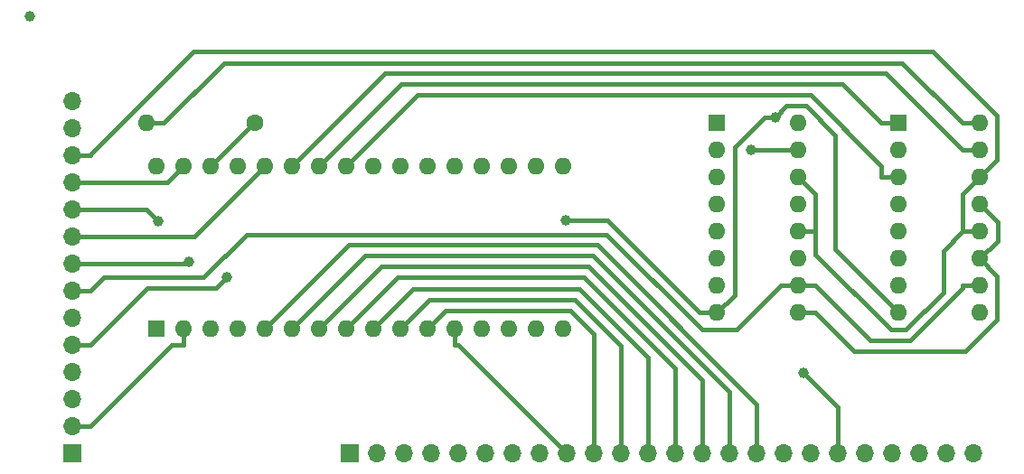
<source format=gbr>
%TF.GenerationSoftware,KiCad,Pcbnew,7.0.2*%
%TF.CreationDate,2023-06-04T12:35:09+01:00*%
%TF.ProjectId,IOCACHE-128K_ZXspectrum_impl_narrow,494f4341-4348-4452-9d31-32384b5f5a58,rev?*%
%TF.SameCoordinates,PX56c8cc0PY510ff40*%
%TF.FileFunction,Copper,L2,Bot*%
%TF.FilePolarity,Positive*%
%FSLAX46Y46*%
G04 Gerber Fmt 4.6, Leading zero omitted, Abs format (unit mm)*
G04 Created by KiCad (PCBNEW 7.0.2) date 2023-06-04 12:35:09*
%MOMM*%
%LPD*%
G01*
G04 APERTURE LIST*
%TA.AperFunction,ComponentPad*%
%ADD10R,1.700000X1.700000*%
%TD*%
%TA.AperFunction,ComponentPad*%
%ADD11O,1.700000X1.700000*%
%TD*%
%TA.AperFunction,ComponentPad*%
%ADD12R,1.600000X1.600000*%
%TD*%
%TA.AperFunction,ComponentPad*%
%ADD13O,1.600000X1.600000*%
%TD*%
%TA.AperFunction,ComponentPad*%
%ADD14C,1.600000*%
%TD*%
%TA.AperFunction,ViaPad*%
%ADD15C,1.000000*%
%TD*%
%TA.AperFunction,Conductor*%
%ADD16C,0.400000*%
%TD*%
G04 APERTURE END LIST*
D10*
%TO.P,J1,1,Pin_1*%
%TO.N,+5V*%
X4000000Y-41000000D03*
D11*
%TO.P,J1,2,Pin_2*%
%TO.N,/IOCACHE-128K_ZXspectrum/CACHE_CONTROL.A16*%
X4000000Y-38460000D03*
%TO.P,J1,3,Pin_3*%
%TO.N,/IOCACHE-128K_ZXspectrum/CACHE_CONTROL.WE*%
X4000000Y-35920000D03*
%TO.P,J1,4,Pin_4*%
%TO.N,/IOCACHE-128K_ZXspectrum/CACHE_CONTROL.OE*%
X4000000Y-33380000D03*
%TO.P,J1,5,Pin_5*%
%TO.N,/IOCACHE-128K_ZXspectrum/CACHE_CONTROL.CS*%
X4000000Y-30840000D03*
%TO.P,J1,6,Pin_6*%
%TO.N,/IOCACHE-128K_ZXspectrum/CACHE_CONTROL.DATASTATUS+PERM_Z80_IORQ*%
X4000000Y-28300000D03*
%TO.P,J1,7,Pin_7*%
%TO.N,/IOCACHE-128K_ZXspectrum/Z80_HARDLOCK*%
X4000000Y-25760000D03*
%TO.P,J1,8,Pin_8*%
%TO.N,/IOCACHE-128K_ZXspectrum/CACHE_SEL_0*%
X4000000Y-23220000D03*
%TO.P,J1,9,Pin_9*%
%TO.N,/IOCACHE-128K_ZXspectrum/CACHE_SEL_1*%
X4000000Y-20680000D03*
%TO.P,J1,10,Pin_10*%
%TO.N,/IOCACHE-128K_ZXspectrum/CACHE_SEL_2*%
X4000000Y-18140000D03*
%TO.P,J1,11,Pin_11*%
%TO.N,/IOCACHE-128K_ZXspectrum/CACHE_SEL_3*%
X4000000Y-15600000D03*
%TO.P,J1,12,Pin_12*%
%TO.N,/IOCACHE-128K_ZXspectrum/CACHE_DATASTATUS*%
X4000000Y-13060000D03*
%TO.P,J1,13,Pin_13*%
%TO.N,unconnected-(J1-Pin_13-Pad13)*%
X4000000Y-10520000D03*
%TO.P,J1,14,Pin_14*%
%TO.N,GND*%
X4000000Y-7980000D03*
%TD*%
D12*
%TO.P,IC1,1,Q1*%
%TO.N,/IOCACHE-128K_ZXspectrum/LOCAL_A1*%
X64380000Y-10000000D03*
D13*
%TO.P,IC1,2,Q2*%
%TO.N,/IOCACHE-128K_ZXspectrum/LOCAL_A2*%
X64380000Y-12540000D03*
%TO.P,IC1,3,Q3*%
%TO.N,/IOCACHE-128K_ZXspectrum/LOCAL_A3*%
X64380000Y-15080000D03*
%TO.P,IC1,4,Q4*%
%TO.N,/IOCACHE-128K_ZXspectrum/LOCAL_A4*%
X64380000Y-17620000D03*
%TO.P,IC1,5,Q5*%
%TO.N,/IOCACHE-128K_ZXspectrum/LOCAL_A5*%
X64380000Y-20160000D03*
%TO.P,IC1,6,Q6*%
%TO.N,/IOCACHE-128K_ZXspectrum/LOCAL_A6*%
X64380000Y-22700000D03*
%TO.P,IC1,7,Q7*%
%TO.N,/IOCACHE-128K_ZXspectrum/LOCAL_A7*%
X64380000Y-25240000D03*
%TO.P,IC1,8,GND*%
%TO.N,GND*%
X64380000Y-27780000D03*
%TO.P,IC1,9,~{RCO}*%
%TO.N,Net-(IC1-~{RCO})*%
X72000000Y-27780000D03*
%TO.P,IC1,10,~{MRC}*%
%TO.N,/IOCACHE-128K_ZXspectrum/Z80_HARDLOCK*%
X72000000Y-25240000D03*
%TO.P,IC1,11,CPC*%
%TO.N,/IOCACHE-128K_ZXspectrum/CACHE_CONTROL.DATASTATUS+PERM_Z80_IORQ*%
X72000000Y-22700000D03*
%TO.P,IC1,12,~{CE}*%
%TO.N,/IOCACHE-128K_ZXspectrum/CACHE_DATASTATUS*%
X72000000Y-20160000D03*
%TO.P,IC1,13,CPR*%
%TO.N,/IOCACHE-128K_ZXspectrum/CACHE_CONTROL.DATASTATUS+PERM_Z80_IORQ*%
X72000000Y-17620000D03*
%TO.P,IC1,14,~{OE}*%
%TO.N,/IOCACHE-128K_ZXspectrum/CACHE_DATASTATUS*%
X72000000Y-15080000D03*
%TO.P,IC1,15,Q0*%
%TO.N,/IOCACHE-128K_ZXspectrum/LOCAL_A0*%
X72000000Y-12540000D03*
%TO.P,IC1,16,VCC*%
%TO.N,+5V*%
X72000000Y-10000000D03*
%TD*%
D12*
%TO.P,IC2,1,Q1*%
%TO.N,/IOCACHE-128K_ZXspectrum/LOCAL_A9*%
X81380000Y-10000000D03*
D13*
%TO.P,IC2,2,Q2*%
%TO.N,/IOCACHE-128K_ZXspectrum/LOCAL_A10*%
X81380000Y-12540000D03*
%TO.P,IC2,3,Q3*%
%TO.N,/IOCACHE-128K_ZXspectrum/LOCAL_A11*%
X81380000Y-15080000D03*
%TO.P,IC2,4,Q4*%
%TO.N,unconnected-(IC2-Q4-Pad4)*%
X81380000Y-17620000D03*
%TO.P,IC2,5,Q5*%
%TO.N,unconnected-(IC2-Q5-Pad5)*%
X81380000Y-20160000D03*
%TO.P,IC2,6,Q6*%
%TO.N,unconnected-(IC2-Q6-Pad6)*%
X81380000Y-22700000D03*
%TO.P,IC2,7,Q7*%
%TO.N,unconnected-(IC2-Q7-Pad7)*%
X81380000Y-25240000D03*
%TO.P,IC2,8,GND*%
%TO.N,GND*%
X81380000Y-27780000D03*
%TO.P,IC2,9,~{RCO}*%
%TO.N,unconnected-(IC2-~{RCO}-Pad9)*%
X89000000Y-27780000D03*
%TO.P,IC2,10,~{MRC}*%
%TO.N,/IOCACHE-128K_ZXspectrum/Z80_HARDLOCK*%
X89000000Y-25240000D03*
%TO.P,IC2,11,CPC*%
%TO.N,Net-(IC1-~{RCO})*%
X89000000Y-22700000D03*
%TO.P,IC2,12,~{CE}*%
%TO.N,/IOCACHE-128K_ZXspectrum/CACHE_DATASTATUS*%
X89000000Y-20160000D03*
%TO.P,IC2,13,CPR*%
%TO.N,Net-(IC1-~{RCO})*%
X89000000Y-17620000D03*
%TO.P,IC2,14,~{OE}*%
%TO.N,/IOCACHE-128K_ZXspectrum/CACHE_DATASTATUS*%
X89000000Y-15080000D03*
%TO.P,IC2,15,Q0*%
%TO.N,/IOCACHE-128K_ZXspectrum/LOCAL_A8*%
X89000000Y-12540000D03*
%TO.P,IC2,16,VCC*%
%TO.N,+5V*%
X89000000Y-10000000D03*
%TD*%
D12*
%TO.P,CACHE1,1,NC*%
%TO.N,unconnected-(CACHE1-NC-Pad1)*%
X11900000Y-29240000D03*
D13*
%TO.P,CACHE1,2,A16*%
%TO.N,/IOCACHE-128K_ZXspectrum/CACHE_CONTROL.A16*%
X14440000Y-29240000D03*
%TO.P,CACHE1,3,A14*%
%TO.N,/IOCACHE-128K_ZXspectrum/CACHE_SEL_2*%
X16980000Y-29240000D03*
%TO.P,CACHE1,4,A12*%
%TO.N,/IOCACHE-128K_ZXspectrum/CACHE_SEL_0*%
X19520000Y-29240000D03*
%TO.P,CACHE1,5,A7*%
%TO.N,/IOCACHE-128K_ZXspectrum/LOCAL_A7*%
X22060000Y-29240000D03*
%TO.P,CACHE1,6,A6*%
%TO.N,/IOCACHE-128K_ZXspectrum/LOCAL_A6*%
X24600000Y-29240000D03*
%TO.P,CACHE1,7,A5*%
%TO.N,/IOCACHE-128K_ZXspectrum/LOCAL_A5*%
X27140000Y-29240000D03*
%TO.P,CACHE1,8,A4*%
%TO.N,/IOCACHE-128K_ZXspectrum/LOCAL_A4*%
X29680000Y-29240000D03*
%TO.P,CACHE1,9,A3*%
%TO.N,/IOCACHE-128K_ZXspectrum/LOCAL_A3*%
X32220000Y-29240000D03*
%TO.P,CACHE1,10,A2*%
%TO.N,/IOCACHE-128K_ZXspectrum/LOCAL_A2*%
X34760000Y-29240000D03*
%TO.P,CACHE1,11,A1*%
%TO.N,/IOCACHE-128K_ZXspectrum/LOCAL_A1*%
X37300000Y-29240000D03*
%TO.P,CACHE1,12,A0*%
%TO.N,/IOCACHE-128K_ZXspectrum/LOCAL_A0*%
X39840000Y-29240000D03*
%TO.P,CACHE1,13,DQ0*%
%TO.N,/IOCACHE-128K_ZXspectrum/LOCAL_D0*%
X42380000Y-29240000D03*
%TO.P,CACHE1,14,DQ1*%
%TO.N,/IOCACHE-128K_ZXspectrum/LOCAL_D1*%
X44920000Y-29240000D03*
%TO.P,CACHE1,15,DQ2*%
%TO.N,/IOCACHE-128K_ZXspectrum/LOCAL_D2*%
X47460000Y-29240000D03*
%TO.P,CACHE1,16,VSS*%
%TO.N,GND*%
X50000000Y-29240000D03*
%TO.P,CACHE1,17,DQ3*%
%TO.N,/IOCACHE-128K_ZXspectrum/LOCAL_D3*%
X50000000Y-14000000D03*
%TO.P,CACHE1,18,DQ4*%
%TO.N,/IOCACHE-128K_ZXspectrum/LOCAL_D4*%
X47460000Y-14000000D03*
%TO.P,CACHE1,19,DQ5*%
%TO.N,/IOCACHE-128K_ZXspectrum/LOCAL_D5*%
X44920000Y-14000000D03*
%TO.P,CACHE1,20,DQ6*%
%TO.N,/IOCACHE-128K_ZXspectrum/LOCAL_D6*%
X42380000Y-14000000D03*
%TO.P,CACHE1,21,DQ7*%
%TO.N,/IOCACHE-128K_ZXspectrum/LOCAL_D7*%
X39840000Y-14000000D03*
%TO.P,CACHE1,22,CE#*%
%TO.N,/IOCACHE-128K_ZXspectrum/CACHE_CONTROL.CS*%
X37300000Y-14000000D03*
%TO.P,CACHE1,23,A10*%
%TO.N,/IOCACHE-128K_ZXspectrum/LOCAL_A10*%
X34760000Y-14000000D03*
%TO.P,CACHE1,24,OE#*%
%TO.N,/IOCACHE-128K_ZXspectrum/CACHE_CONTROL.OE*%
X32220000Y-14000000D03*
%TO.P,CACHE1,25,A11*%
%TO.N,/IOCACHE-128K_ZXspectrum/LOCAL_A11*%
X29680000Y-14000000D03*
%TO.P,CACHE1,26,A9*%
%TO.N,/IOCACHE-128K_ZXspectrum/LOCAL_A9*%
X27140000Y-14000000D03*
%TO.P,CACHE1,27,A8*%
%TO.N,/IOCACHE-128K_ZXspectrum/LOCAL_A8*%
X24600000Y-14000000D03*
%TO.P,CACHE1,28,A13*%
%TO.N,/IOCACHE-128K_ZXspectrum/CACHE_SEL_1*%
X22060000Y-14000000D03*
%TO.P,CACHE1,29,WE#*%
%TO.N,/IOCACHE-128K_ZXspectrum/CACHE_CONTROL.WE*%
X19520000Y-14000000D03*
%TO.P,CACHE1,30,CE2#*%
%TO.N,/IOCACHE-128K_ZXspectrum/CACHE_CE2*%
X16980000Y-14000000D03*
%TO.P,CACHE1,31,A15*%
%TO.N,/IOCACHE-128K_ZXspectrum/CACHE_SEL_3*%
X14440000Y-14000000D03*
%TO.P,CACHE1,32,VCC*%
%TO.N,+5V*%
X11900000Y-14000000D03*
%TD*%
D14*
%TO.P,R1,1*%
%TO.N,/IOCACHE-128K_ZXspectrum/CACHE_CE2*%
X21080000Y-10000000D03*
D13*
%TO.P,R1,2*%
%TO.N,+5V*%
X10920000Y-10000000D03*
%TD*%
D10*
%TO.P,J2,1,Pin_1*%
%TO.N,/IOCACHE-128K_ZXspectrum/LOCAL_D0*%
X30000000Y-41000000D03*
D11*
%TO.P,J2,2,Pin_2*%
%TO.N,/IOCACHE-128K_ZXspectrum/LOCAL_D1*%
X32540000Y-41000000D03*
%TO.P,J2,3,Pin_3*%
%TO.N,/IOCACHE-128K_ZXspectrum/LOCAL_D2*%
X35080000Y-41000000D03*
%TO.P,J2,4,Pin_4*%
%TO.N,/IOCACHE-128K_ZXspectrum/LOCAL_D3*%
X37620000Y-41000000D03*
%TO.P,J2,5,Pin_5*%
%TO.N,/IOCACHE-128K_ZXspectrum/LOCAL_D4*%
X40160000Y-41000000D03*
%TO.P,J2,6,Pin_6*%
%TO.N,/IOCACHE-128K_ZXspectrum/LOCAL_D5*%
X42700000Y-41000000D03*
%TO.P,J2,7,Pin_7*%
%TO.N,/IOCACHE-128K_ZXspectrum/LOCAL_D6*%
X45240000Y-41000000D03*
%TO.P,J2,8,Pin_8*%
%TO.N,/IOCACHE-128K_ZXspectrum/LOCAL_D7*%
X47780000Y-41000000D03*
%TO.P,J2,9,Pin_9*%
%TO.N,/IOCACHE-128K_ZXspectrum/LOCAL_A0*%
X50320000Y-41000000D03*
%TO.P,J2,10,Pin_10*%
%TO.N,/IOCACHE-128K_ZXspectrum/LOCAL_A1*%
X52860000Y-41000000D03*
%TO.P,J2,11,Pin_11*%
%TO.N,/IOCACHE-128K_ZXspectrum/LOCAL_A2*%
X55400000Y-41000000D03*
%TO.P,J2,12,Pin_12*%
%TO.N,/IOCACHE-128K_ZXspectrum/LOCAL_A3*%
X57940000Y-41000000D03*
%TO.P,J2,13,Pin_13*%
%TO.N,/IOCACHE-128K_ZXspectrum/LOCAL_A4*%
X60480000Y-41000000D03*
%TO.P,J2,14,Pin_14*%
%TO.N,/IOCACHE-128K_ZXspectrum/LOCAL_A5*%
X63020000Y-41000000D03*
%TO.P,J2,15,Pin_15*%
%TO.N,/IOCACHE-128K_ZXspectrum/LOCAL_A6*%
X65560000Y-41000000D03*
%TO.P,J2,16,Pin_16*%
%TO.N,/IOCACHE-128K_ZXspectrum/LOCAL_A7*%
X68100000Y-41000000D03*
%TO.P,J2,17,Pin_17*%
%TO.N,/IOCACHE-128K_ZXspectrum/LOCAL_A8*%
X70640000Y-41000000D03*
%TO.P,J2,18,Pin_18*%
%TO.N,/IOCACHE-128K_ZXspectrum/LOCAL_A9*%
X73180000Y-41000000D03*
%TO.P,J2,19,Pin_19*%
%TO.N,/IOCACHE-128K_ZXspectrum/LOCAL_A10*%
X75720000Y-41000000D03*
%TO.P,J2,20,Pin_20*%
%TO.N,/IOCACHE-128K_ZXspectrum/LOCAL_A11*%
X78260000Y-41000000D03*
%TO.P,J2,21,Pin_21*%
%TO.N,/IOCACHE-128K_ZXspectrum/LOCAL_A12*%
X80800000Y-41000000D03*
%TO.P,J2,22,Pin_22*%
%TO.N,/IOCACHE-128K_ZXspectrum/LOCAL_A13*%
X83340000Y-41000000D03*
%TO.P,J2,23,Pin_23*%
%TO.N,/IOCACHE-128K_ZXspectrum/LOCAL_A14*%
X85880000Y-41000000D03*
%TO.P,J2,24,Pin_24*%
%TO.N,/IOCACHE-128K_ZXspectrum/LOCAL_A15*%
X88420000Y-41000000D03*
%TD*%
D15*
%TO.N,*%
X0Y0D03*
%TO.N,/IOCACHE-128K_ZXspectrum/CACHE_SEL_2*%
X12022000Y-19230000D03*
%TO.N,/IOCACHE-128K_ZXspectrum/CACHE_SEL_0*%
X14911700Y-23052800D03*
%TO.N,/IOCACHE-128K_ZXspectrum/LOCAL_A0*%
X67615400Y-12540000D03*
%TO.N,GND*%
X50227600Y-19107100D03*
X69836100Y-9457300D03*
%TO.N,/IOCACHE-128K_ZXspectrum/CACHE_CONTROL.CS*%
X18458900Y-24476200D03*
%TO.N,/IOCACHE-128K_ZXspectrum/LOCAL_A10*%
X72513000Y-33456100D03*
%TD*%
D16*
%TO.N,/IOCACHE-128K_ZXspectrum/CACHE_CONTROL.A16*%
X14440000Y-30840100D02*
X13270000Y-30840100D01*
X13270000Y-30840100D02*
X5650100Y-38460000D01*
X14440000Y-29240000D02*
X14440000Y-30840100D01*
X4000000Y-38460000D02*
X5650100Y-38460000D01*
%TO.N,/IOCACHE-128K_ZXspectrum/CACHE_SEL_2*%
X12022000Y-19230000D02*
X10932000Y-18140000D01*
X10932000Y-18140000D02*
X4000000Y-18140000D01*
%TO.N,/IOCACHE-128K_ZXspectrum/CACHE_SEL_0*%
X14744500Y-23220000D02*
X14911700Y-23052800D01*
X4000000Y-23220000D02*
X14744500Y-23220000D01*
%TO.N,/IOCACHE-128K_ZXspectrum/LOCAL_A7*%
X29865500Y-21434500D02*
X53165500Y-21434500D01*
X22060000Y-29240000D02*
X29865500Y-21434500D01*
X53165500Y-21434500D02*
X68100000Y-36369000D01*
X68100000Y-36369000D02*
X68100000Y-41000000D01*
%TO.N,/IOCACHE-128K_ZXspectrum/LOCAL_A6*%
X31405400Y-22434600D02*
X52751300Y-22434600D01*
X65560000Y-35243300D02*
X65560000Y-41000000D01*
X24600000Y-29240000D02*
X31405400Y-22434600D01*
X52751300Y-22434600D02*
X65560000Y-35243300D01*
%TO.N,/IOCACHE-128K_ZXspectrum/LOCAL_A5*%
X52337100Y-23434700D02*
X63020000Y-34117600D01*
X63020000Y-34117600D02*
X63020000Y-41000000D01*
X27140000Y-29240000D02*
X32945300Y-23434700D01*
X32945300Y-23434700D02*
X52337100Y-23434700D01*
%TO.N,/IOCACHE-128K_ZXspectrum/LOCAL_A4*%
X60480000Y-33030800D02*
X60480000Y-39349900D01*
X51935300Y-24486100D02*
X60480000Y-33030800D01*
X60480000Y-41000000D02*
X60480000Y-39349900D01*
X29680000Y-29240000D02*
X34433900Y-24486100D01*
X34433900Y-24486100D02*
X51935300Y-24486100D01*
%TO.N,/IOCACHE-128K_ZXspectrum/LOCAL_A3*%
X32220000Y-29240000D02*
X35912900Y-25547100D01*
X51507600Y-25547100D02*
X57940000Y-31979500D01*
X35912900Y-25547100D02*
X51507600Y-25547100D01*
X57940000Y-31979500D02*
X57940000Y-39349900D01*
X57940000Y-41000000D02*
X57940000Y-39349900D01*
%TO.N,/IOCACHE-128K_ZXspectrum/LOCAL_A2*%
X55400000Y-41000000D02*
X55400000Y-39349900D01*
X37428800Y-26571200D02*
X51080100Y-26571200D01*
X51080100Y-26571200D02*
X55400000Y-30891100D01*
X55400000Y-30891100D02*
X55400000Y-39349900D01*
X34760000Y-29240000D02*
X37428800Y-26571200D01*
%TO.N,/IOCACHE-128K_ZXspectrum/LOCAL_A1*%
X38923700Y-27616300D02*
X50680600Y-27616300D01*
X37300000Y-29240000D02*
X38923700Y-27616300D01*
X52860000Y-29795700D02*
X52860000Y-41000000D01*
X50680600Y-27616300D02*
X52860000Y-29795700D01*
%TO.N,/IOCACHE-128K_ZXspectrum/LOCAL_A0*%
X39840000Y-30840100D02*
X40160100Y-30840100D01*
X40160100Y-30840100D02*
X50320000Y-41000000D01*
X72000000Y-12540000D02*
X67615400Y-12540000D01*
X39840000Y-29240000D02*
X39840000Y-30840100D01*
%TO.N,GND*%
X54107000Y-19107100D02*
X62779900Y-27780000D01*
X68814900Y-9457300D02*
X66011500Y-12260700D01*
X70898100Y-8395300D02*
X69836100Y-9457300D01*
X66011500Y-12260700D02*
X66011500Y-26148500D01*
X66011500Y-26148500D02*
X64380000Y-27780000D01*
X69836100Y-9457300D02*
X68814900Y-9457300D01*
X64380000Y-27780000D02*
X62779900Y-27780000D01*
X72717300Y-8395300D02*
X70898100Y-8395300D01*
X50227600Y-19107100D02*
X54107000Y-19107100D01*
X81380000Y-27780000D02*
X75450000Y-21850000D01*
X75450000Y-21850000D02*
X75450000Y-11128000D01*
X75450000Y-11128000D02*
X72717300Y-8395300D01*
%TO.N,/IOCACHE-128K_ZXspectrum/CACHE_CONTROL.CS*%
X17458800Y-25476300D02*
X18458900Y-24476200D01*
X4000000Y-30840000D02*
X5650100Y-30840000D01*
X11013800Y-25476300D02*
X17458800Y-25476300D01*
X5650100Y-30840000D02*
X11013800Y-25476300D01*
%TO.N,/IOCACHE-128K_ZXspectrum/LOCAL_A10*%
X75720000Y-36663100D02*
X72513000Y-33456100D01*
X75720000Y-41000000D02*
X75720000Y-36663100D01*
%TO.N,/IOCACHE-128K_ZXspectrum/LOCAL_A11*%
X73135700Y-7375000D02*
X79779900Y-14019200D01*
X36305000Y-7375000D02*
X73135700Y-7375000D01*
X79779900Y-14019200D02*
X79779900Y-15080000D01*
X81380000Y-15080000D02*
X79779900Y-15080000D01*
X29680000Y-14000000D02*
X36305000Y-7375000D01*
%TO.N,/IOCACHE-128K_ZXspectrum/LOCAL_A9*%
X34785300Y-6354700D02*
X76134600Y-6354700D01*
X76134600Y-6354700D02*
X79779900Y-10000000D01*
X81380000Y-10000000D02*
X79779900Y-10000000D01*
X27140000Y-14000000D02*
X34785300Y-6354700D01*
%TO.N,/IOCACHE-128K_ZXspectrum/LOCAL_A8*%
X33251200Y-5348800D02*
X80208700Y-5348800D01*
X80208700Y-5348800D02*
X87399900Y-12540000D01*
X24600000Y-14000000D02*
X33251200Y-5348800D01*
X89000000Y-12540000D02*
X87399900Y-12540000D01*
%TO.N,/IOCACHE-128K_ZXspectrum/CACHE_SEL_1*%
X15380000Y-20680000D02*
X22060000Y-14000000D01*
X4000000Y-20680000D02*
X5650100Y-20680000D01*
X5650100Y-20680000D02*
X15380000Y-20680000D01*
%TO.N,/IOCACHE-128K_ZXspectrum/CACHE_CE2*%
X20980000Y-10000000D02*
X16980000Y-14000000D01*
X21080000Y-10000000D02*
X20980000Y-10000000D01*
%TO.N,/IOCACHE-128K_ZXspectrum/CACHE_SEL_3*%
X14440000Y-14000000D02*
X12839900Y-15600100D01*
X12839900Y-15600100D02*
X5650100Y-15600100D01*
X4000000Y-15600000D02*
X5650100Y-15600000D01*
X5650100Y-15600100D02*
X5650100Y-15600000D01*
%TO.N,+5V*%
X10920000Y-10000000D02*
X12520100Y-10000000D01*
X89000000Y-10000000D02*
X87399900Y-10000000D01*
X81746800Y-4346900D02*
X87399900Y-10000000D01*
X12520100Y-10000000D02*
X18173200Y-4346900D01*
X18173200Y-4346900D02*
X81746800Y-4346900D01*
%TO.N,Net-(IC1-~{RCO})*%
X87666700Y-31400000D02*
X77220100Y-31400000D01*
X90646000Y-21054000D02*
X89000000Y-22700000D01*
X89000000Y-17620000D02*
X90646000Y-19266000D01*
X77220100Y-31400000D02*
X73600100Y-27780000D01*
X89000000Y-22700000D02*
X90632200Y-24332200D01*
X90632200Y-28434500D02*
X87666700Y-31400000D01*
X90632200Y-24332200D02*
X90632200Y-28434500D01*
X72000000Y-27780000D02*
X73600100Y-27780000D01*
X90646000Y-19266000D02*
X90646000Y-21054000D01*
%TO.N,/IOCACHE-128K_ZXspectrum/Z80_HARDLOCK*%
X6934000Y-24476100D02*
X5650100Y-25760000D01*
X73600100Y-25240000D02*
X78740700Y-30380600D01*
X89000000Y-25240000D02*
X87399900Y-25240000D01*
X16268300Y-24476100D02*
X6934000Y-24476100D01*
X72000000Y-25240000D02*
X70399900Y-25240000D01*
X82479000Y-30380600D02*
X87399900Y-25459700D01*
X66235000Y-29404900D02*
X62990300Y-29404900D01*
X54019700Y-20434300D02*
X20310100Y-20434300D01*
X4000000Y-25760000D02*
X5650100Y-25760000D01*
X87399900Y-25459700D02*
X87399900Y-25240000D01*
X62990300Y-29404900D02*
X54019700Y-20434300D01*
X78740700Y-30380600D02*
X82479000Y-30380600D01*
X20310100Y-20434300D02*
X16268300Y-24476100D01*
X70399900Y-25240000D02*
X66235000Y-29404900D01*
X72000000Y-25240000D02*
X73600100Y-25240000D01*
%TO.N,/IOCACHE-128K_ZXspectrum/CACHE_DATASTATUS*%
X73600100Y-16680100D02*
X72000000Y-15080000D01*
X84579200Y-3282400D02*
X15342200Y-3282400D01*
X15342200Y-3282400D02*
X5650100Y-12974500D01*
X85579700Y-21980200D02*
X87399900Y-20160000D01*
X87399900Y-20160000D02*
X87399900Y-16680100D01*
X90601400Y-13478600D02*
X90601400Y-9304600D01*
X73600100Y-22302400D02*
X80678200Y-29380500D01*
X5650100Y-12974500D02*
X5650100Y-13060000D01*
X72000000Y-20160000D02*
X73600100Y-20160000D01*
X73600100Y-20160000D02*
X73600100Y-22302400D01*
X89000000Y-20160000D02*
X87399900Y-20160000D01*
X4000000Y-13060000D02*
X5650100Y-13060000D01*
X85579700Y-25864000D02*
X85579700Y-21980200D01*
X90601400Y-9304600D02*
X84579200Y-3282400D01*
X89000000Y-15080000D02*
X90601400Y-13478600D01*
X87399900Y-16680100D02*
X89000000Y-15080000D01*
X82063200Y-29380500D02*
X85579700Y-25864000D01*
X73600100Y-20160000D02*
X73600100Y-16680100D01*
X80678200Y-29380500D02*
X82063200Y-29380500D01*
%TD*%
M02*

</source>
